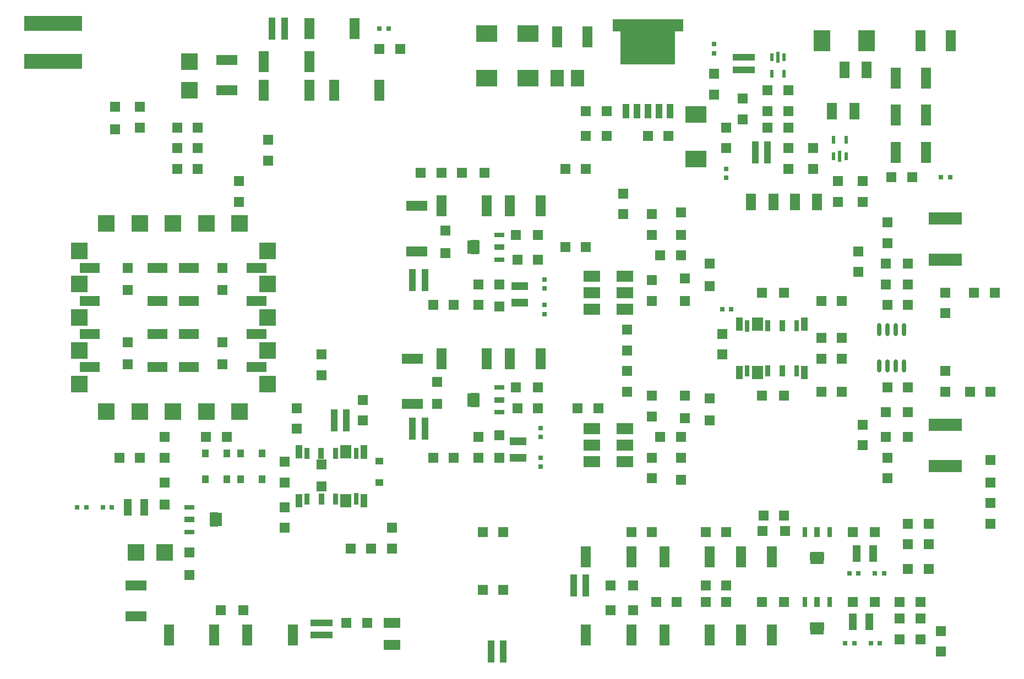
<source format=gtp>
*%FSLAX24Y24*%
*%MOIN*%
G01*
%ADD11C,0.0000*%
%ADD12C,0.0050*%
%ADD13C,0.0060*%
%ADD14C,0.0073*%
%ADD15C,0.0080*%
%ADD16C,0.0098*%
%ADD17C,0.0100*%
%ADD18C,0.0120*%
%ADD19C,0.0150*%
%ADD20C,0.0160*%
%ADD21C,0.0160*%
%ADD22C,0.0200*%
%ADD23C,0.0240*%
%ADD24O,0.0240X0.0800*%
%ADD25C,0.0250*%
%ADD26O,0.0280X0.0840*%
%ADD27C,0.0300*%
%ADD28C,0.0300*%
%ADD29C,0.0320*%
%ADD30C,0.0340*%
%ADD31C,0.0360*%
%ADD32C,0.0380*%
%ADD33C,0.0394*%
%ADD34C,0.0400*%
%ADD35C,0.0400*%
%ADD36C,0.0434*%
%ADD37C,0.0440*%
%ADD38C,0.0460*%
%ADD39C,0.0480*%
%ADD40C,0.0480*%
%ADD41C,0.0500*%
%ADD42C,0.0500*%
%ADD43C,0.0520*%
%ADD44C,0.0540*%
%ADD45C,0.0560*%
%ADD46C,0.0580*%
%ADD47C,0.0600*%
%ADD48C,0.0620*%
%ADD49C,0.0650*%
%ADD50C,0.0660*%
%ADD51C,0.0670*%
%ADD52C,0.0680*%
%ADD53C,0.0700*%
%ADD54C,0.0710*%
%ADD55C,0.0720*%
%ADD56O,0.0750X0.0620*%
%ADD57C,0.0750*%
%ADD58C,0.0760*%
%ADD59O,0.0790X0.0660*%
%ADD60C,0.0810*%
%ADD61C,0.0827*%
%ADD62C,0.0850*%
%ADD63C,0.0870*%
%ADD64C,0.1000*%
%ADD65C,0.1040*%
%ADD66C,0.1299*%
%ADD67C,0.1299*%
%ADD68C,0.1499*%
%ADD69C,0.1600*%
%ADD70C,0.1700*%
%ADD71C,0.1750*%
%ADD72C,0.1790*%
%ADD73C,0.2000*%
%ADD74C,0.2299*%
%ADD75C,0.2299*%
%ADD76R,0.0200X0.0200*%
%ADD77R,0.0200X0.0500*%
%ADD78R,0.0200X0.0650*%
%ADD79R,0.0200X0.1600*%
%ADD80R,0.0240X0.0700*%
%ADD81R,0.0280X0.0600*%
%ADD82R,0.0300X0.0300*%
%ADD83R,0.0300X0.0300*%
%ADD84R,0.0300X0.0600*%
%ADD85R,0.0300X0.0650*%
%ADD86R,0.0300X0.0700*%
%ADD87R,0.0315X0.0709*%
%ADD88R,0.0320X0.0560*%
%ADD89R,0.0320X0.0640*%
%ADD90R,0.0335X0.0758*%
%ADD91R,0.0340X0.0340*%
%ADD92R,0.0340X0.0700*%
%ADD93R,0.0340X0.0800*%
%ADD94R,0.0344X0.0787*%
%ADD95R,0.0344X0.0797*%
%ADD96R,0.0350X0.0700*%
%ADD97R,0.0350X0.0800*%
%ADD98R,0.0354X0.0787*%
%ADD99R,0.0355X0.0749*%
%ADD100R,0.0360X0.0600*%
%ADD101R,0.0360X0.1300*%
%ADD102R,0.0394X0.0827*%
%ADD103R,0.0400X0.0200*%
%ADD104R,0.0400X0.0400*%
%ADD105R,0.0400X0.0500*%
%ADD106R,0.0400X0.0640*%
%ADD107R,0.0400X0.0750*%
%ADD108R,0.0400X0.1350*%
%ADD109R,0.0420X0.0850*%
%ADD110R,0.0434X0.0867*%
%ADD111R,0.0440X0.0540*%
%ADD112R,0.0440X0.1390*%
%ADD113R,0.0460X0.0890*%
%ADD114R,0.0500X0.0200*%
%ADD115R,0.0500X0.0400*%
%ADD116R,0.0500X0.0500*%
%ADD117R,0.0500X0.0500*%
%ADD118R,0.0500X0.0850*%
%ADD119R,0.0500X0.1000*%
%ADD120R,0.0500X0.1200*%
%ADD121R,0.0540X0.0440*%
%ADD122R,0.0540X0.0540*%
%ADD123R,0.0540X0.0890*%
%ADD124R,0.0540X0.0960*%
%ADD125R,0.0540X0.1040*%
%ADD126R,0.0550X0.0650*%
%ADD127R,0.0550X0.0780*%
%ADD128R,0.0550X0.0800*%
%ADD129R,0.0560X0.0320*%
%ADD130R,0.0591X0.1260*%
%ADD131R,0.0600X0.0280*%
%ADD132R,0.0600X0.0360*%
%ADD133R,0.0600X0.0600*%
%ADD134R,0.0600X0.1000*%
%ADD135R,0.0600X0.1200*%
%ADD136R,0.0600X0.1250*%
%ADD137R,0.0620X0.0620*%
%ADD138R,0.0631X0.1300*%
%ADD139R,0.0640X0.0320*%
%ADD140R,0.0640X0.0400*%
%ADD141R,0.0640X0.0640*%
%ADD142R,0.0640X0.1040*%
%ADD143R,0.0640X0.1290*%
%ADD144R,0.0650X0.0200*%
%ADD145R,0.0650X0.0550*%
%ADD146R,0.0650X0.0650*%
%ADD147R,0.0660X0.0660*%
%ADD148R,0.0700X0.0700*%
%ADD149R,0.0700X0.0700*%
%ADD150R,0.0700X0.0900*%
%ADD151R,0.0709X0.0827*%
%ADD152R,0.0740X0.0740*%
%ADD153R,0.0749X0.0867*%
%ADD154R,0.0750X0.0400*%
%ADD155R,0.0750X0.0750*%
%ADD156R,0.0750X0.0750*%
%ADD157R,0.0750X0.0800*%
%ADD158R,0.0790X0.0790*%
%ADD159R,0.0800X0.0750*%
%ADD160R,0.0800X0.0800*%
%ADD161R,0.0800X0.0800*%
%ADD162R,0.0800X0.1000*%
%ADD163R,0.0800X0.1250*%
%ADD164R,0.0840X0.1040*%
%ADD165R,0.0850X0.0500*%
%ADD166R,0.0890X0.0540*%
%ADD167R,0.0900X0.0600*%
%ADD168R,0.0900X0.0900*%
%ADD169R,0.0940X0.0940*%
%ADD170R,0.0960X0.0540*%
%ADD171R,0.0960X0.0960*%
%ADD172R,0.0960X0.1220*%
%ADD173R,0.1000X0.0500*%
%ADD174R,0.1000X0.0600*%
%ADD175R,0.1000X0.0700*%
%ADD176R,0.1000X0.1000*%
%ADD177R,0.1000X0.1000*%
%ADD178R,0.1000X0.1250*%
%ADD179R,0.1040X0.0540*%
%ADD180R,0.1040X0.0640*%
%ADD181R,0.1040X0.0740*%
%ADD182R,0.1040X0.1040*%
%ADD183R,0.1040X0.1290*%
%ADD184R,0.1060X0.1060*%
%ADD185R,0.1140X0.0540*%
%ADD186R,0.1200X0.0500*%
%ADD187R,0.1200X0.0600*%
%ADD188R,0.1200X0.1200*%
%ADD189R,0.1220X0.0960*%
%ADD190R,0.1240X0.0640*%
%ADD191R,0.1250X0.0600*%
%ADD192R,0.1250X0.0800*%
%ADD193R,0.1250X0.1000*%
%ADD194R,0.1260X0.0591*%
%ADD195R,0.1290X0.0640*%
%ADD196R,0.1290X0.1040*%
%ADD197R,0.1300X0.0631*%
%ADD198R,0.1300X0.0360*%
%ADD199R,0.1350X0.0400*%
%ADD200R,0.1390X0.0440*%
%ADD201R,0.1500X0.1500*%
%ADD202R,0.1600X0.0200*%
%ADD203R,0.1600X0.2400*%
%ADD204R,0.1700X0.1700*%
%ADD205R,0.1800X0.1800*%
%ADD206R,0.1900X0.1900*%
%ADD207R,0.2000X0.0750*%
%ADD208R,0.2000X0.2000*%
%ADD209R,0.2040X0.0790*%
%ADD210R,0.2100X0.2100*%
%ADD211R,0.2200X0.2200*%
%ADD212R,0.2400X0.1600*%
%ADD213R,0.2500X0.2500*%
D24*
X84100Y47340D02*
D03*
X83600D02*
D03*
X83100D02*
D03*
X82600D02*
D03*
Y49540D02*
D03*
X83100D02*
D03*
X83600D02*
D03*
X84100D02*
D03*
D77*
X76850Y66040D02*
D03*
X76100D02*
D03*
X76850Y65040D02*
D03*
X76100D02*
D03*
X79850Y60040D02*
D03*
X80600D02*
D03*
X79850Y61040D02*
D03*
X80600D02*
D03*
D80*
X76480Y66040D02*
D03*
X80220Y60040D02*
D03*
D81*
X79600Y33040D02*
D03*
X78100D02*
D03*
X79600Y37290D02*
D03*
X78100D02*
D03*
D82*
X86900Y58790D02*
D03*
X86350D02*
D03*
X72600Y66290D02*
D03*
Y66840D02*
D03*
X73350Y59290D02*
D03*
Y58740D02*
D03*
X73650Y50790D02*
D03*
X73100D02*
D03*
X82350Y34790D02*
D03*
X82900D02*
D03*
X80800D02*
D03*
X81350D02*
D03*
X80550Y30540D02*
D03*
X81100D02*
D03*
X82100D02*
D03*
X82650D02*
D03*
X62350Y51040D02*
D03*
Y50490D02*
D03*
Y52590D02*
D03*
Y52040D02*
D03*
X62100Y41790D02*
D03*
Y41240D02*
D03*
Y43590D02*
D03*
Y43040D02*
D03*
X52900Y67790D02*
D03*
X52350D02*
D03*
X35600Y38790D02*
D03*
X36150D02*
D03*
X34050D02*
D03*
X34600D02*
D03*
D83*
X68560Y62530D02*
X68640D01*
Y63050D01*
X68560D01*
Y62530D01*
X67890D02*
X67970D01*
Y63040D01*
X67890D01*
Y62530D01*
D85*
X74600Y49765D02*
D03*
X50950Y39315D02*
D03*
D86*
X74600Y47040D02*
D03*
X75850D02*
D03*
X77600D02*
D03*
Y49790D02*
D03*
X75850D02*
D03*
X50950Y42040D02*
D03*
X49700D02*
D03*
X47950D02*
D03*
Y39290D02*
D03*
X49700D02*
D03*
D87*
X75860Y49796D02*
D03*
X77592D02*
D03*
X76726D02*
D03*
X74600D02*
D03*
Y47040D02*
D03*
X77592D02*
D03*
X76726D02*
D03*
X75860D02*
D03*
X49690Y39284D02*
D03*
X47958D02*
D03*
X48824D02*
D03*
X50950D02*
D03*
Y42040D02*
D03*
X47958D02*
D03*
X48824D02*
D03*
X49690D02*
D03*
D88*
X78850Y33040D02*
D03*
Y37290D02*
D03*
D90*
X74137Y49909D02*
D03*
X51413Y39171D02*
D03*
D92*
X76730Y47040D02*
D03*
X48820Y42040D02*
D03*
D94*
X78079Y46942D02*
D03*
X47471Y42138D02*
D03*
D95*
X74132Y46946D02*
D03*
X51418Y42134D02*
D03*
D96*
X76725Y49790D02*
D03*
X48825Y39290D02*
D03*
D97*
X67275Y62790D02*
D03*
X67925D02*
D03*
X69275D02*
D03*
X69925D02*
D03*
X68605D02*
D03*
D98*
X78065Y49894D02*
D03*
X47485Y39186D02*
D03*
D100*
X78850Y33040D02*
D03*
Y37290D02*
D03*
D101*
X75850Y60290D02*
D03*
X75100D02*
D03*
X54350Y52540D02*
D03*
X55100D02*
D03*
Y43540D02*
D03*
X54350D02*
D03*
X64850Y34040D02*
D03*
X64100D02*
D03*
X59850Y30040D02*
D03*
X59100D02*
D03*
X46600Y67790D02*
D03*
X45850D02*
D03*
X50350Y44040D02*
D03*
X49600D02*
D03*
D102*
X74128Y49894D02*
D03*
X78065D02*
D03*
Y46942D02*
D03*
X74128Y46942D02*
D03*
X51422Y39186D02*
D03*
X47485D02*
D03*
Y42138D02*
D03*
X51422D02*
D03*
D105*
X41800Y42040D02*
D03*
X43100D02*
D03*
Y40490D02*
D03*
X41800D02*
D03*
X45250D02*
D03*
X43950D02*
D03*
Y42040D02*
D03*
X45250D02*
D03*
D108*
X75850Y60290D02*
D03*
X75100D02*
D03*
X54350Y52540D02*
D03*
X55100D02*
D03*
Y43540D02*
D03*
X54350D02*
D03*
X64850Y34040D02*
D03*
X64100D02*
D03*
X59850Y30040D02*
D03*
X59100D02*
D03*
X46600Y67790D02*
D03*
X45850D02*
D03*
X50350Y44040D02*
D03*
X49600D02*
D03*
D109*
X67260Y62790D02*
D03*
X67930D02*
D03*
X68600D02*
D03*
X69270D02*
D03*
X69940D02*
D03*
D115*
X52350Y41590D02*
D03*
Y40290D02*
D03*
D116*
X84600Y58790D02*
D03*
X83350D02*
D03*
X84350Y51040D02*
D03*
X83100D02*
D03*
X88350Y51790D02*
D03*
X89600D02*
D03*
X86600D02*
D03*
Y50540D02*
D03*
X84350Y46040D02*
D03*
X83100D02*
D03*
X85600Y35040D02*
D03*
X84350D02*
D03*
X85100Y33040D02*
D03*
X83850D02*
D03*
X84350Y37790D02*
D03*
Y36540D02*
D03*
X85600Y37790D02*
D03*
Y36540D02*
D03*
X86600Y45790D02*
D03*
Y47040D02*
D03*
X88100Y45790D02*
D03*
X89350D02*
D03*
X85100Y30790D02*
D03*
Y32040D02*
D03*
X77100Y64040D02*
D03*
X75850D02*
D03*
X72600Y63790D02*
D03*
Y65040D02*
D03*
X68850Y52540D02*
D03*
Y51290D02*
D03*
X69350Y54040D02*
D03*
X70600D02*
D03*
X68850Y55290D02*
D03*
Y56540D02*
D03*
X73350Y60540D02*
D03*
Y61790D02*
D03*
X74350Y62290D02*
D03*
Y63540D02*
D03*
X75850Y62790D02*
D03*
X77100D02*
D03*
X75850Y61790D02*
D03*
X77100D02*
D03*
Y60540D02*
D03*
Y59290D02*
D03*
X78600Y60540D02*
D03*
Y59290D02*
D03*
X80100Y58540D02*
D03*
Y57290D02*
D03*
X81600Y58540D02*
D03*
Y57290D02*
D03*
X80350Y47790D02*
D03*
X79100D02*
D03*
X80350Y49040D02*
D03*
X79100D02*
D03*
X80350Y51290D02*
D03*
X79100D02*
D03*
X81350Y53040D02*
D03*
Y54290D02*
D03*
X83100Y54790D02*
D03*
Y56040D02*
D03*
X69850Y61290D02*
D03*
X68600D02*
D03*
X73100Y49290D02*
D03*
Y48040D02*
D03*
X76850Y51790D02*
D03*
X75500D02*
D03*
X68850Y41790D02*
D03*
Y40540D02*
D03*
X69350Y43040D02*
D03*
X70600D02*
D03*
X68850Y44290D02*
D03*
Y45540D02*
D03*
X83100Y41790D02*
D03*
Y40540D02*
D03*
X81600Y43790D02*
D03*
Y42540D02*
D03*
X80350Y45790D02*
D03*
X79100D02*
D03*
X76850Y45540D02*
D03*
X75500D02*
D03*
X70350Y33040D02*
D03*
X69100D02*
D03*
X73350D02*
D03*
X72100D02*
D03*
X73350Y34040D02*
D03*
X72100D02*
D03*
X73350Y37290D02*
D03*
X72100D02*
D03*
X75600Y38290D02*
D03*
X76850D02*
D03*
X68850Y37290D02*
D03*
X67600D02*
D03*
X83850Y30790D02*
D03*
Y32040D02*
D03*
X58350Y51040D02*
D03*
Y52290D02*
D03*
X60700Y53790D02*
D03*
X61950D02*
D03*
X63600Y54540D02*
D03*
X64850D02*
D03*
X63600Y59290D02*
D03*
X64850D02*
D03*
X54850Y59040D02*
D03*
X56100D02*
D03*
X55600Y51040D02*
D03*
X56850D02*
D03*
X67350Y49540D02*
D03*
Y48290D02*
D03*
X66100Y62790D02*
D03*
X64850D02*
D03*
X66100Y61290D02*
D03*
X64850D02*
D03*
X67100Y57790D02*
D03*
Y56540D02*
D03*
X55600Y41790D02*
D03*
X56850D02*
D03*
X58350Y43040D02*
D03*
Y41790D02*
D03*
X60700Y44790D02*
D03*
X61950D02*
D03*
X58600Y33790D02*
D03*
X59850D02*
D03*
X58600Y37290D02*
D03*
X59850D02*
D03*
X53100Y36290D02*
D03*
Y37540D02*
D03*
X67350Y47040D02*
D03*
Y45790D02*
D03*
X64350Y44790D02*
D03*
X65600D02*
D03*
X52350Y66540D02*
D03*
X53600D02*
D03*
X37850Y63040D02*
D03*
Y61790D02*
D03*
X45600Y61040D02*
D03*
Y59790D02*
D03*
X43850Y58540D02*
D03*
Y57290D02*
D03*
X40100Y59290D02*
D03*
X41350D02*
D03*
X40100Y60540D02*
D03*
Y61790D02*
D03*
X41350D02*
D03*
Y60540D02*
D03*
X37850Y41790D02*
D03*
X36600D02*
D03*
X41850Y43040D02*
D03*
X43100D02*
D03*
X46600Y40290D02*
D03*
Y41540D02*
D03*
Y38790D02*
D03*
Y37540D02*
D03*
X51350Y45290D02*
D03*
Y44040D02*
D03*
X48850Y46790D02*
D03*
Y48040D02*
D03*
X47350Y43540D02*
D03*
Y44790D02*
D03*
X39350Y43040D02*
D03*
Y41790D02*
D03*
X51600Y31790D02*
D03*
X50350D02*
D03*
X50600Y36290D02*
D03*
X51850D02*
D03*
D118*
X58100Y54540D02*
D03*
Y45290D02*
D03*
X42350Y38040D02*
D03*
D119*
X82000Y31840D02*
D03*
X81000D02*
D03*
X82250Y35990D02*
D03*
X81250D02*
D03*
X38100Y38790D02*
D03*
X37100D02*
D03*
D120*
X85100Y67040D02*
D03*
X86950D02*
D03*
X83600Y64790D02*
D03*
X85450D02*
D03*
X83600Y60290D02*
D03*
X85450D02*
D03*
X83600Y62540D02*
D03*
X85450D02*
D03*
X76100Y35790D02*
D03*
X74250D02*
D03*
X76100Y31040D02*
D03*
X74250D02*
D03*
X63100Y67290D02*
D03*
X64950D02*
D03*
X62100Y47790D02*
D03*
X60250D02*
D03*
X62100Y57040D02*
D03*
X60250D02*
D03*
D124*
X81850Y65290D02*
D03*
X80500D02*
D03*
X74850Y57290D02*
D03*
X76200D02*
D03*
X81100Y62790D02*
D03*
X79750D02*
D03*
X78850Y57290D02*
D03*
X77500D02*
D03*
D127*
X75225Y49900D02*
D03*
X50325Y39180D02*
D03*
D128*
X75225Y46940D02*
D03*
X50325Y42140D02*
D03*
D129*
X59600Y54540D02*
D03*
Y45290D02*
D03*
X40850Y38040D02*
D03*
D130*
X72350Y35790D02*
D03*
X69600D02*
D03*
X72350Y31040D02*
D03*
X69600D02*
D03*
X56100Y47790D02*
D03*
X58850D02*
D03*
Y57040D02*
D03*
X56100D02*
D03*
X67600Y35790D02*
D03*
X64850D02*
D03*
X67600Y31040D02*
D03*
X64850D02*
D03*
X49600Y64040D02*
D03*
X52350D02*
D03*
X45350D02*
D03*
X48100D02*
D03*
Y65790D02*
D03*
X45350D02*
D03*
X50850Y67790D02*
D03*
X48100D02*
D03*
X42350Y31040D02*
D03*
X39600D02*
D03*
X47100D02*
D03*
X44350D02*
D03*
D131*
X59600Y53790D02*
D03*
Y55290D02*
D03*
Y44540D02*
D03*
Y46040D02*
D03*
X40850Y38790D02*
D03*
Y37290D02*
D03*
D132*
X59600Y54540D02*
D03*
Y45290D02*
D03*
X40850Y38040D02*
D03*
D133*
X83350Y58790D02*
D03*
X84600D02*
D03*
X84350Y53540D02*
D03*
X83000D02*
D03*
D03*
X84350D02*
D03*
Y52290D02*
D03*
X83000D02*
D03*
D03*
X84350D02*
D03*
X83100Y51040D02*
D03*
X84350D02*
D03*
X89600Y51790D02*
D03*
X88350D02*
D03*
X86600Y50540D02*
D03*
Y51790D02*
D03*
X83100Y46040D02*
D03*
X84350D02*
D03*
Y44540D02*
D03*
X83000D02*
D03*
D03*
X84350D02*
D03*
Y43040D02*
D03*
X83000D02*
D03*
D03*
X84350D02*
D03*
Y35040D02*
D03*
X85600D02*
D03*
X83850Y33040D02*
D03*
X85100D02*
D03*
X84350Y36540D02*
D03*
Y37790D02*
D03*
X85600Y36540D02*
D03*
Y37790D02*
D03*
X89350Y40290D02*
D03*
Y41640D02*
D03*
D03*
Y40290D02*
D03*
Y39040D02*
D03*
Y37790D02*
D03*
X86600Y47040D02*
D03*
Y45790D02*
D03*
X89350D02*
D03*
X88100D02*
D03*
X85100Y32040D02*
D03*
Y30790D02*
D03*
X86350Y30040D02*
D03*
Y31290D02*
D03*
X75850Y64040D02*
D03*
X77100D02*
D03*
X72600Y65040D02*
D03*
Y63790D02*
D03*
X68850Y51290D02*
D03*
Y52540D02*
D03*
X70600Y54040D02*
D03*
X69350D02*
D03*
X68850Y56540D02*
D03*
Y55290D02*
D03*
X70600D02*
D03*
Y56640D02*
D03*
D03*
Y55290D02*
D03*
X72350Y53540D02*
D03*
Y52190D02*
D03*
D03*
Y53540D02*
D03*
X73350Y61790D02*
D03*
Y60540D02*
D03*
X74350Y63540D02*
D03*
Y62290D02*
D03*
X77100Y62790D02*
D03*
X75850D02*
D03*
X77100Y61790D02*
D03*
X75850D02*
D03*
X77100Y59290D02*
D03*
Y60540D02*
D03*
X78600Y59290D02*
D03*
Y60540D02*
D03*
X80100Y57290D02*
D03*
Y58540D02*
D03*
X81600Y57290D02*
D03*
Y58540D02*
D03*
X79100Y47790D02*
D03*
X80350D02*
D03*
X79100Y49040D02*
D03*
X80350D02*
D03*
X79100Y51290D02*
D03*
X80350D02*
D03*
X81350Y54290D02*
D03*
Y53040D02*
D03*
X83100Y56040D02*
D03*
Y54790D02*
D03*
X68600Y61290D02*
D03*
X69850D02*
D03*
X70850Y51290D02*
D03*
Y52640D02*
D03*
D03*
Y51290D02*
D03*
X73100Y48040D02*
D03*
Y49290D02*
D03*
X76850Y51790D02*
D03*
X75500D02*
D03*
X68850Y40540D02*
D03*
Y41790D02*
D03*
X70600Y43040D02*
D03*
X69350D02*
D03*
X68850Y45540D02*
D03*
Y44290D02*
D03*
X83100Y40540D02*
D03*
Y41790D02*
D03*
X81600Y42540D02*
D03*
Y43790D02*
D03*
X79100Y45790D02*
D03*
X80350D02*
D03*
X76850Y45540D02*
D03*
X75500D02*
D03*
X72350Y44040D02*
D03*
Y45390D02*
D03*
D03*
Y44040D02*
D03*
X70850Y45540D02*
D03*
Y44190D02*
D03*
D03*
Y45540D02*
D03*
X70600Y41790D02*
D03*
Y40440D02*
D03*
D03*
Y41790D02*
D03*
X69100Y33040D02*
D03*
X70350D02*
D03*
X72100D02*
D03*
X73350D02*
D03*
X72100Y34040D02*
D03*
X73350D02*
D03*
X72100Y37290D02*
D03*
X73350D02*
D03*
X75550Y37340D02*
D03*
X76900D02*
D03*
D03*
X75550D02*
D03*
X76850Y38290D02*
D03*
X75600D02*
D03*
X76850Y33040D02*
D03*
X75500D02*
D03*
D03*
X76850D02*
D03*
X82350D02*
D03*
X81000D02*
D03*
D03*
X82350D02*
D03*
Y37290D02*
D03*
X81000D02*
D03*
D03*
X82350D02*
D03*
X67600D02*
D03*
X68850D02*
D03*
X83850Y32040D02*
D03*
Y30790D02*
D03*
X58350Y52290D02*
D03*
Y51040D02*
D03*
X59600Y52290D02*
D03*
Y50940D02*
D03*
D03*
Y52290D02*
D03*
X60600Y55290D02*
D03*
X61950D02*
D03*
D03*
X60600D02*
D03*
X61950Y53790D02*
D03*
X60700D02*
D03*
X64850Y54540D02*
D03*
X63600D02*
D03*
X64850Y59290D02*
D03*
X63600D02*
D03*
X56350Y54190D02*
D03*
Y55540D02*
D03*
X56100Y59040D02*
D03*
X54850D02*
D03*
X57350D02*
D03*
X58700D02*
D03*
D03*
X57350D02*
D03*
X56850Y51040D02*
D03*
X55600D02*
D03*
X67350Y48290D02*
D03*
Y49540D02*
D03*
X64850Y62790D02*
D03*
X66100D02*
D03*
X64850Y61290D02*
D03*
X66100D02*
D03*
X67100Y56540D02*
D03*
Y57790D02*
D03*
X56850Y41790D02*
D03*
X55600D02*
D03*
X58350D02*
D03*
Y43040D02*
D03*
X59600Y43140D02*
D03*
Y41790D02*
D03*
D03*
Y43140D02*
D03*
X61950Y44790D02*
D03*
X60700D02*
D03*
X60600Y46040D02*
D03*
X61950D02*
D03*
D03*
X60600D02*
D03*
X55850Y46390D02*
D03*
Y45040D02*
D03*
X59850Y33790D02*
D03*
X58600D02*
D03*
X59850Y37290D02*
D03*
X58600D02*
D03*
X53100Y37540D02*
D03*
Y36290D02*
D03*
X67350Y45790D02*
D03*
Y47040D02*
D03*
X65600Y44790D02*
D03*
X64350D02*
D03*
X67700Y34040D02*
D03*
X66350D02*
D03*
X67700Y32540D02*
D03*
X66350D02*
D03*
X53600Y66540D02*
D03*
X52350D02*
D03*
X37850Y61790D02*
D03*
Y63040D02*
D03*
X37100Y47440D02*
D03*
Y48790D02*
D03*
X42850Y47440D02*
D03*
Y48790D02*
D03*
X45600Y59790D02*
D03*
Y61040D02*
D03*
X43850Y57290D02*
D03*
Y58540D02*
D03*
X41350Y59290D02*
D03*
X40100D02*
D03*
Y61790D02*
D03*
Y60540D02*
D03*
X41350D02*
D03*
Y61790D02*
D03*
X37100Y51940D02*
D03*
Y53290D02*
D03*
X42850Y51940D02*
D03*
Y53290D02*
D03*
X36600Y41790D02*
D03*
X37850D02*
D03*
X43100Y43040D02*
D03*
X41850D02*
D03*
X46600Y41540D02*
D03*
Y40290D02*
D03*
Y37540D02*
D03*
Y38790D02*
D03*
X48824Y41390D02*
D03*
Y40040D02*
D03*
X51350Y44040D02*
D03*
Y45290D02*
D03*
X48850Y48040D02*
D03*
Y46790D02*
D03*
X47350Y44790D02*
D03*
Y43540D02*
D03*
X39350Y41790D02*
D03*
Y43040D02*
D03*
Y40290D02*
D03*
Y38940D02*
D03*
D03*
Y40290D02*
D03*
X40850Y36040D02*
D03*
Y34690D02*
D03*
D03*
Y36040D02*
D03*
X42750Y32540D02*
D03*
X44100D02*
D03*
X50350Y31790D02*
D03*
X51600D02*
D03*
X51850Y36290D02*
D03*
X50600D02*
D03*
X36350Y63040D02*
D03*
Y61690D02*
D03*
D03*
Y63040D02*
D03*
D134*
X80500Y65290D02*
D03*
X81850D02*
D03*
X76200Y57290D02*
D03*
X74850D02*
D03*
X79750Y62790D02*
D03*
X81100D02*
D03*
X77500Y57290D02*
D03*
X78850D02*
D03*
D135*
X69600Y35790D02*
D03*
X72350D02*
D03*
X69600Y31040D02*
D03*
X72350D02*
D03*
X58850Y47790D02*
D03*
X56100D02*
D03*
Y57040D02*
D03*
X58850D02*
D03*
X64850Y35790D02*
D03*
X67600D02*
D03*
X64850Y31040D02*
D03*
X67600D02*
D03*
X52350Y64040D02*
D03*
X49600D02*
D03*
X48100D02*
D03*
X45350D02*
D03*
Y65790D02*
D03*
X48100D02*
D03*
Y67790D02*
D03*
X50850D02*
D03*
X39600Y31040D02*
D03*
X42350D02*
D03*
X44350D02*
D03*
X47100D02*
D03*
D136*
X86950Y67040D02*
D03*
X85100D02*
D03*
X85450Y64790D02*
D03*
X83600D02*
D03*
X85450Y60290D02*
D03*
X83600D02*
D03*
X85450Y62540D02*
D03*
X83600D02*
D03*
X74250Y35790D02*
D03*
X76100D02*
D03*
X74250Y31040D02*
D03*
X76100D02*
D03*
X64950Y67290D02*
D03*
X63100D02*
D03*
X60250Y47790D02*
D03*
X62100D02*
D03*
X60250Y57040D02*
D03*
X62100D02*
D03*
D150*
X63100Y64790D02*
D03*
X64350D02*
D03*
D151*
X75230Y49894D02*
D03*
Y46942D02*
D03*
X50320Y39186D02*
D03*
Y42138D02*
D03*
D156*
X66850Y67990D02*
X70350D01*
D157*
X58025Y54540D02*
D03*
Y45290D02*
D03*
X42425Y38040D02*
D03*
D159*
X78850Y31465D02*
D03*
Y35715D02*
D03*
D161*
X33900Y65790D02*
X31300D01*
Y68090D02*
X33900D01*
D162*
X64350Y64790D02*
D03*
X63100D02*
D03*
D165*
X78850Y31540D02*
D03*
Y35790D02*
D03*
D167*
X65200Y50790D02*
D03*
Y51790D02*
D03*
Y52790D02*
D03*
X67200Y50790D02*
D03*
Y51790D02*
D03*
Y52790D02*
D03*
X65200Y41540D02*
D03*
Y42540D02*
D03*
Y43540D02*
D03*
X67200Y41540D02*
D03*
Y42540D02*
D03*
Y43540D02*
D03*
D168*
X33900Y68090D02*
X31300D01*
Y65790D02*
X33900D01*
D170*
X53100Y31790D02*
D03*
Y30440D02*
D03*
D171*
X41870Y56000D02*
D03*
X43890D02*
D03*
X45560Y54330D02*
D03*
X45550Y52300D02*
D03*
X45560Y50290D02*
D03*
Y48270D02*
D03*
Y46250D02*
D03*
X43890Y44580D02*
D03*
X41870D02*
D03*
X39850D02*
D03*
X37830D02*
D03*
X35810D02*
D03*
X34190Y46250D02*
D03*
Y48270D02*
D03*
Y50290D02*
D03*
Y52310D02*
D03*
Y54330D02*
D03*
X35810Y56000D02*
D03*
X37830D02*
D03*
X39850D02*
D03*
D172*
X81850Y67040D02*
D03*
X79150D02*
D03*
D173*
X60850Y52190D02*
D03*
Y51190D02*
D03*
X60750Y42790D02*
D03*
Y41790D02*
D03*
D174*
X53100Y30440D02*
D03*
Y31790D02*
D03*
D175*
X67200Y50790D02*
D03*
Y51790D02*
D03*
Y52790D02*
D03*
X65200Y51790D02*
D03*
Y52790D02*
D03*
Y50790D02*
D03*
X67200Y41540D02*
D03*
Y42540D02*
D03*
Y43540D02*
D03*
X65200Y42540D02*
D03*
Y43540D02*
D03*
Y41540D02*
D03*
D176*
X40850Y65790D02*
D03*
Y64040D02*
D03*
X41870Y56000D02*
D03*
X34190Y52310D02*
D03*
Y50290D02*
D03*
Y48270D02*
D03*
Y46250D02*
D03*
X35810Y44580D02*
D03*
X37830D02*
D03*
X43890D02*
D03*
X45560Y46250D02*
D03*
Y48270D02*
D03*
Y50290D02*
D03*
Y52310D02*
D03*
X43890Y56000D02*
D03*
X37830D02*
D03*
X34190Y54330D02*
D03*
X35810Y56000D02*
D03*
X39850Y44580D02*
D03*
X45560Y54330D02*
D03*
X39850Y56000D02*
D03*
X41870Y44580D02*
D03*
X37600Y36040D02*
D03*
X39350D02*
D03*
D178*
X79150Y67040D02*
D03*
X81850D02*
D03*
D185*
X44900Y53290D02*
D03*
Y51290D02*
D03*
Y49290D02*
D03*
Y47290D02*
D03*
X40800Y49290D02*
D03*
Y47290D02*
D03*
Y51290D02*
D03*
Y53290D02*
D03*
X38900D02*
D03*
Y51290D02*
D03*
Y49290D02*
D03*
Y47290D02*
D03*
X34800Y49290D02*
D03*
Y47290D02*
D03*
Y51290D02*
D03*
Y53290D02*
D03*
D186*
X43100Y64040D02*
D03*
Y65890D02*
D03*
X37600Y34040D02*
D03*
Y32190D02*
D03*
D187*
X54600Y54290D02*
D03*
Y57040D02*
D03*
X54350Y45040D02*
D03*
Y47790D02*
D03*
X44900Y53290D02*
D03*
X40800Y51290D02*
D03*
Y49290D02*
D03*
Y47290D02*
D03*
X44900Y49290D02*
D03*
Y51290D02*
D03*
X40800Y53290D02*
D03*
X44900Y47290D02*
D03*
X38900Y53290D02*
D03*
X34800Y51290D02*
D03*
Y49290D02*
D03*
Y47290D02*
D03*
X38900Y49290D02*
D03*
Y51290D02*
D03*
X34800Y53290D02*
D03*
X38900Y47290D02*
D03*
D189*
X71500Y62590D02*
D03*
Y59890D02*
D03*
X61350Y64790D02*
D03*
Y67490D02*
D03*
X58850Y64790D02*
D03*
Y67490D02*
D03*
D191*
X43100Y65890D02*
D03*
Y64040D02*
D03*
X37600Y32190D02*
D03*
Y34040D02*
D03*
D193*
X71500Y59890D02*
D03*
Y62590D02*
D03*
X61350Y67490D02*
D03*
Y64790D02*
D03*
X58850Y67490D02*
D03*
Y64790D02*
D03*
D194*
X54600Y57040D02*
D03*
Y54290D02*
D03*
X54350Y47790D02*
D03*
Y45040D02*
D03*
D198*
X74400Y65290D02*
D03*
Y66040D02*
D03*
X48850Y31790D02*
D03*
Y31040D02*
D03*
D199*
X74400Y65290D02*
D03*
Y66040D02*
D03*
X48850Y31790D02*
D03*
Y31040D02*
D03*
D207*
X86600Y56290D02*
D03*
Y53790D02*
D03*
Y41290D02*
D03*
Y43790D02*
D03*
D213*
X68200Y66865D02*
X69000D01*
Y67115D01*
X68200D01*
Y66865D01*
D02*
M02*

</source>
